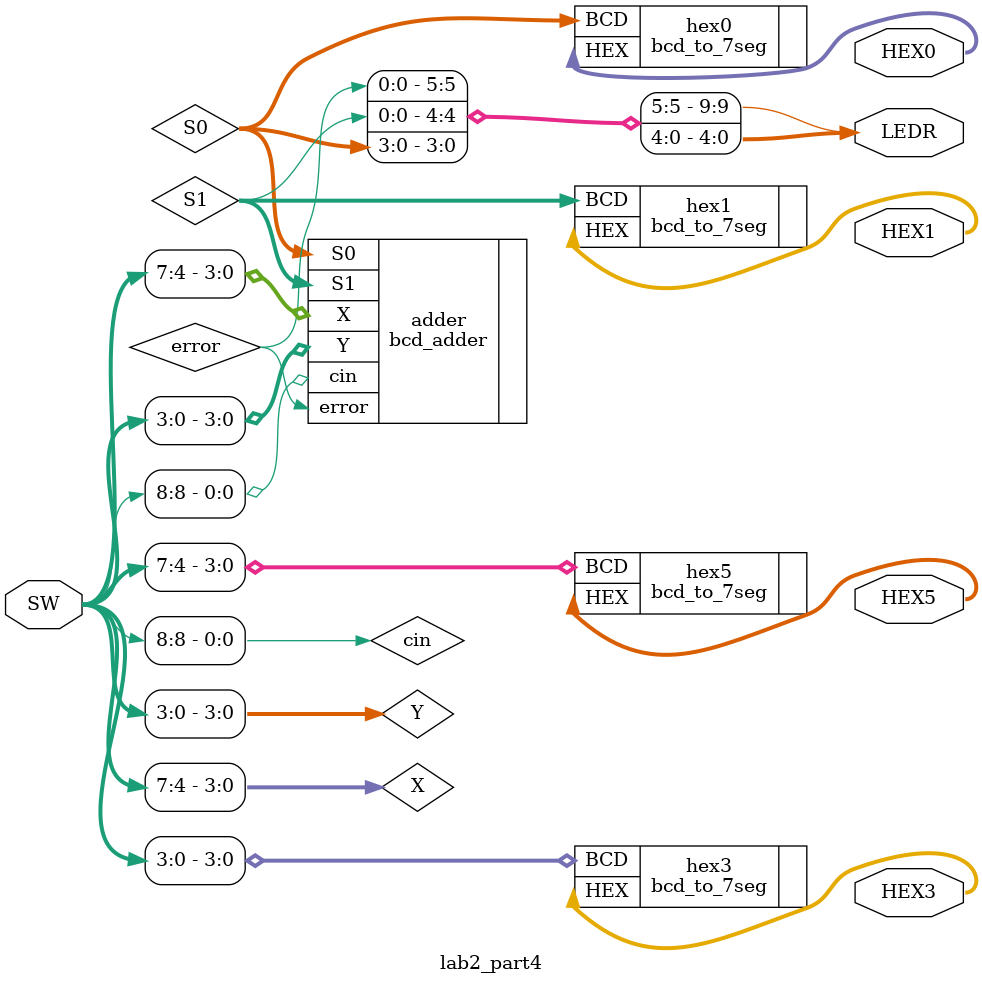
<source format=v>
	module lab2_part4(
	input [8:0] SW,				// Switch inputs: SW[7:4]=X, SW[3:0]=Y, SW[8]=cin
	output [9:0] LEDR,			// Red lights for carry-out and error
	output [6:0] HEX5,			// Display for X
   output [6:0] HEX3,			// Display for Y
   output [6:0] HEX1,			// Display for S1
   output [6:0] HEX0 			// Display for S0
);
	wire [3:0] X = SW[7:4];		// Input X
	wire [3:0] Y = SW[3:0]; 	// Input Y
	wire cin = SW[8];				//carry-in
	wire [3:0] S0,S1;				//BCD sum digit
	wire error;						//Error flag
	
// Instantiate the BCD adder
    bcd_adder adder (
        .X(X), 
        .Y(Y), 
        .cin(cin), 
        .S0(S0), 
        .S1(S1), 
        .error(error)
    );
	 
//connect outputs
	assign LEDR[3:0] = S0;	// Display S0 on LEDR[3:0]
	assign LEDR[4] = S1;		// Display S1 on LEDR[4]
	assign LEDR[9] = error;	// Turn on LEDR[9] for invalid BCD input error

// Display X and Y on HEX5 and HEX3
	bcd_to_7seg hex5(.BCD(X), .HEX(HEX5));
	bcd_to_7seg hex3(.BCD(Y), .HEX(HEX3));
// Display S1 and S0 on HEX1 and HEX0
	bcd_to_7seg hex1(.BCD(S1), .HEX(HEX1));
	bcd_to_7seg hex0(.BCD(S0), .HEX(HEX0));
endmodule 
</source>
